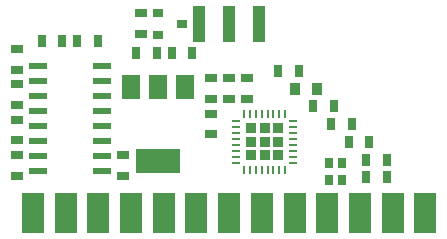
<source format=gbr>
G04 #@! TF.GenerationSoftware,KiCad,Pcbnew,(5.0.0-rc2-dev-231-ge0e0687cd)*
G04 #@! TF.CreationDate,2018-07-23T22:11:46+02:00*
G04 #@! TF.ProjectId,WiFi_Plotter,576946695F506C6F747465722E6B6963,rev?*
G04 #@! TF.SameCoordinates,Original*
G04 #@! TF.FileFunction,Paste,Top*
G04 #@! TF.FilePolarity,Positive*
%FSLAX46Y46*%
G04 Gerber Fmt 4.6, Leading zero omitted, Abs format (unit mm)*
G04 Created by KiCad (PCBNEW (5.0.0-rc2-dev-231-ge0e0687cd)) date Mon Jul 23 22:11:46 2018*
%MOMM*%
%LPD*%
G01*
G04 APERTURE LIST*
%ADD10R,0.900000X0.800000*%
%ADD11R,1.000000X3.150000*%
%ADD12R,0.670000X1.000000*%
%ADD13R,0.920000X0.920000*%
%ADD14R,0.700000X0.250000*%
%ADD15R,0.250000X0.700000*%
%ADD16R,0.845000X1.000000*%
%ADD17R,1.000000X0.670000*%
%ADD18R,0.800000X0.900000*%
%ADD19R,3.800000X2.000000*%
%ADD20R,1.500000X2.000000*%
%ADD21R,1.846667X3.480000*%
%ADD22R,1.500000X0.600000*%
G04 APERTURE END LIST*
D10*
X86000000Y-122000000D03*
X84000000Y-122950000D03*
X84000000Y-121050000D03*
D11*
X92540000Y-122000000D03*
X90000000Y-122000000D03*
X87460000Y-122000000D03*
D12*
X86875000Y-124500000D03*
X85125000Y-124500000D03*
X83875000Y-124500000D03*
X82125000Y-124500000D03*
X101625000Y-135000000D03*
X103375000Y-135000000D03*
D13*
X94150000Y-133150000D03*
X94150000Y-132000000D03*
X94150000Y-130850000D03*
X93000000Y-133150000D03*
X93000000Y-132000000D03*
X93000000Y-130850000D03*
X91850000Y-130850000D03*
X91850000Y-132000000D03*
X91850000Y-133150000D03*
D14*
X95400000Y-130250000D03*
X95400000Y-130750000D03*
X95400000Y-131250000D03*
X95400000Y-131750000D03*
X95400000Y-132250000D03*
X95400000Y-132750000D03*
X95400000Y-133250000D03*
X95400000Y-133750000D03*
D15*
X94750000Y-134400000D03*
X94250000Y-134400000D03*
X93750000Y-134400000D03*
X93250000Y-134400000D03*
X92750000Y-134400000D03*
X92250000Y-134400000D03*
X91750000Y-134400000D03*
X91250000Y-134400000D03*
D14*
X90600000Y-133750000D03*
X90600000Y-133250000D03*
X90600000Y-132750000D03*
X90600000Y-132250000D03*
X90600000Y-131750000D03*
X90600000Y-131250000D03*
X90600000Y-130750000D03*
X90600000Y-130250000D03*
D15*
X91250000Y-129600000D03*
X91750000Y-129600000D03*
X92250000Y-129600000D03*
X92750000Y-129600000D03*
X93250000Y-129600000D03*
X93750000Y-129600000D03*
X94250000Y-129600000D03*
X94750000Y-129600000D03*
D16*
X97462500Y-127500000D03*
X95537500Y-127500000D03*
D17*
X88500000Y-131375000D03*
X88500000Y-129625000D03*
D18*
X99550000Y-135200000D03*
X99550000Y-133800000D03*
X98450000Y-133800000D03*
X98450000Y-135200000D03*
D17*
X88500000Y-128375000D03*
X88500000Y-126625000D03*
D19*
X84000000Y-133650000D03*
D20*
X84000000Y-127350000D03*
X81700000Y-127350000D03*
X86300000Y-127350000D03*
D17*
X82500000Y-121124999D03*
X82500000Y-122874999D03*
X72000000Y-133125000D03*
X72000000Y-134875000D03*
X72000000Y-128875000D03*
X72000000Y-127125000D03*
X72000000Y-125875000D03*
X72000000Y-124125000D03*
D12*
X77125000Y-123500000D03*
X78875000Y-123500000D03*
X74125000Y-123500000D03*
X75875000Y-123500000D03*
X103375000Y-133500000D03*
X101625000Y-133500000D03*
X95875000Y-126000000D03*
X94125000Y-126000000D03*
X98875000Y-129000000D03*
X97125000Y-129000000D03*
X100125000Y-132000000D03*
X101875000Y-132000000D03*
D17*
X72000000Y-131875000D03*
X72000000Y-130125000D03*
X91500000Y-128375000D03*
X91500000Y-126625000D03*
X90000000Y-126625000D03*
X90000000Y-128375000D03*
X81000000Y-134875000D03*
X81000000Y-133125000D03*
D21*
X73380000Y-138000000D03*
X76150000Y-138000000D03*
X78920000Y-138000000D03*
X81690000Y-138000000D03*
X84460000Y-138000000D03*
X87230000Y-138000000D03*
X90000000Y-138000000D03*
X92770000Y-138000000D03*
X95540000Y-138000000D03*
X98310000Y-138000000D03*
X101080000Y-138000000D03*
X103850000Y-138000000D03*
X106620000Y-138000000D03*
D22*
X73800000Y-125555000D03*
X73800000Y-126825000D03*
X73800000Y-128095000D03*
X73800000Y-129365000D03*
X73800000Y-130635000D03*
X73800000Y-131905000D03*
X73800000Y-133175000D03*
X73800000Y-134445000D03*
X79200000Y-134445000D03*
X79200000Y-133175000D03*
X79200000Y-131905000D03*
X79200000Y-130635000D03*
X79200000Y-129365000D03*
X79200000Y-128095000D03*
X79200000Y-126825000D03*
X79200000Y-125555000D03*
D12*
X98625000Y-130500000D03*
X100375000Y-130500000D03*
M02*

</source>
